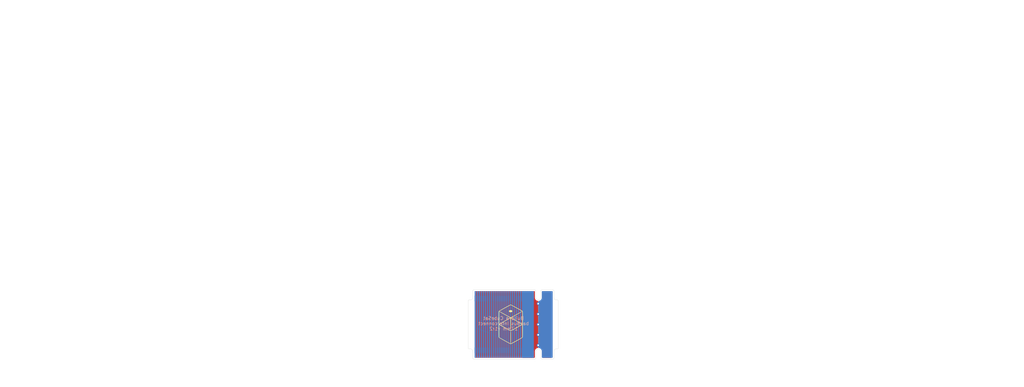
<source format=kicad_pcb>
(kicad_pcb (version 20240108) (generator "pcbnew") (generator_version "8.0")
  (title_block (title "bac bacBus Interconnect 17mm v1") (date "2024-10-06") (rev "2") (company "Build a CubeSat") (comment 1 "Manuel Imboden") (comment 2 "CC BY-SA 4.0") (comment 3 "https://buildacubesat.space") (comment 4 "17mm"))
  (layers (0 "F.Cu" signal) (31 "B.Cu" signal) (34 "B.Paste" user) (35 "F.Paste" user) (36 "B.SilkS" user "B.Silkscreen") (37 "F.SilkS" user "F.Silkscreen") (38 "B.Mask" user) (39 "F.Mask" user) (44 "Edge.Cuts" user))
  (net 0 "")
  (net 1 "GND")
  (net 2 "Net-(J1-Pin_41)")
  (net 3 "Net-(J1-Pin_29)")
  (net 4 "Net-(J1-Pin_37)")
  (net 5 "Net-(J1-Pin_43)")
  (net 6 "Net-(J1-Pin_42)")
  (net 7 "Net-(J1-Pin_31)")
  (net 8 "/+5V")
  (net 9 "Net-(J1-Pin_10)")
  (net 10 "/+3V3")
  (net 11 "Net-(J1-Pin_25)")
  (net 12 "Net-(J1-Pin_9)")
  (net 13 "Net-(J1-Pin_8)")
  (net 14 "Net-(J1-Pin_16)")
  (net 15 "Net-(J1-Pin_15)")
  (net 16 "Net-(J1-Pin_4)")
  (net 17 "Net-(J1-Pin_36)")
  (net 18 "Net-(J1-Pin_35)")
  (net 19 "Net-(J1-Pin_17)")
  (net 20 "Net-(J1-Pin_33)")
  (net 21 "Net-(J1-Pin_7)")
  (net 22 "Net-(J1-Pin_34)")
  (net 23 "Net-(J1-Pin_22)")
  (net 24 "Net-(J1-Pin_44)")
  (net 25 "Net-(J1-Pin_12)")
  (net 26 "Net-(J1-Pin_24)")
  (net 27 "Net-(J1-Pin_2)")
  (net 28 "Net-(J1-Pin_23)")
  (net 29 "Net-(J1-Pin_21)")
  (net 30 "Net-(J1-Pin_28)")
  (net 31 "Net-(J1-Pin_27)")
  (net 32 "Net-(J1-Pin_39)")
  (net 33 "Net-(J1-Pin_6)")
  (net 34 "Net-(J1-Pin_19)")
  (net 35 "Net-(J1-Pin_5)")
  (net 36 "Net-(J1-Pin_14)")
  (net 37 "Net-(J1-Pin_45)")
  (net 38 "Net-(J1-Pin_32)")
  (net 39 "Net-(J1-Pin_1)")
  (net 40 "Net-(J1-Pin_46)")
  (net 41 "Net-(J1-Pin_11)")
  (net 42 "Net-(J1-Pin_18)")
  (net 43 "Net-(J1-Pin_20)")
  (net 44 "Net-(J1-Pin_30)")
  (net 45 "Net-(J1-Pin_3)")
  (net 46 "Net-(J1-Pin_26)")
  (net 47 "Net-(J1-Pin_40)")
  (net 48 "Net-(J1-Pin_38)")
  (net 49 "Net-(J1-Pin_13)")
  (footprint "bac EPS v1:bac-M.2-Key-M-bacBus-Card-Edge-Zp" (layer "F.Cu") (at 150.354875 94.219554)
    (property "Reference" "J1" (hide yes))
    (property "Value" "bac M.2 Key-M Card Edge" (hide yes))
    (pad "1" smd rect (at -9.304757 -2.25) (size 0.35 2.5) (layers "B.Cu" "B.Mask") (net 39 "Net-(J1-Pin_1)"))
    (pad "2" smd rect (at -9.05 -2.25) (size 0.35 2.5) (layers "F.Cu" "F.Mask") (net 27 "Net-(J1-Pin_2)"))
    (pad "3" smd rect (at -8.804757 -2.25) (size 0.35 2.5) (layers "B.Cu" "B.Mask") (net 45 "Net-(J1-Pin_3)"))
    (pad "4" smd rect (at -8.55 -2.25) (size 0.35 2.5) (layers "F.Cu" "F.Mask") (net 16 "Net-(J1-Pin_4)"))
    (pad "5" smd rect (at -8.304757 -2.25) (size 0.35 2.5) (layers "B.Cu" "B.Mask") (net 35 "Net-(J1-Pin_5)"))
    (pad "6" smd rect (at -8.05 -2.25) (size 0.35 2.5) (layers "F.Cu" "F.Mask") (net 33 "Net-(J1-Pin_6)"))
    (pad "7" smd rect (at -7.804757 -2.25) (size 0.35 2.5) (layers "B.Cu" "B.Mask") (net 21 "Net-(J1-Pin_7)"))
    (pad "8" smd rect (at -7.55 -2.25) (size 0.35 2.5) (layers "F.Cu" "F.Mask") (net 13 "Net-(J1-Pin_8)"))
    (pad "9" smd rect (at -7.304757 -2.25) (size 0.35 2.5) (layers "B.Cu" "B.Mask") (net 12 "Net-(J1-Pin_9)"))
    (pad "10" smd rect (at -7.05 -2.25) (size 0.35 2.5) (layers "F.Cu" "F.Mask") (net 9 "Net-(J1-Pin_10)"))
    (pad "11" smd rect (at -6.804757 -2.25) (size 0.35 2.5) (layers "B.Cu" "B.Mask") (net 41 "Net-(J1-Pin_11)"))
    (pad "12" smd rect (at -6.55 -2.25) (size 0.35 2.5) (layers "F.Cu" "F.Mask") (net 25 "Net-(J1-Pin_12)"))
    (pad "13" smd rect (at -6.304757 -2.25) (size 0.35 2.5) (layers "B.Cu" "B.Mask") (net 49 "Net-(J1-Pin_13)"))
    (pad "14" smd rect (at -6.05 -2.25) (size 0.35 2.5) (layers "F.Cu" "F.Mask") (net 36 "Net-(J1-Pin_14)"))
    (pad "15" smd rect (at -5.804757 -2.25) (size 0.35 2.5) (layers "B.Cu" "B.Mask") (net 15 "Net-(J1-Pin_15)"))
    (pad "16" smd rect (at -5.55 -2.25) (size 0.35 2.5) (layers "F.Cu" "F.Mask") (net 14 "Net-(J1-Pin_16)"))
    (pad "17" smd rect (at -5.304757 -2.25) (size 0.35 2.5) (layers "B.Cu" "B.Mask") (net 19 "Net-(J1-Pin_17)"))
    (pad "18" smd rect (at -5.05 -2.25) (size 0.35 2.5) (layers "F.Cu" "F.Mask") (net 42 "Net-(J1-Pin_18)"))
    (pad "19" smd rect (at -4.804757 -2.25) (size 0.35 2.5) (layers "B.Cu" "B.Mask") (net 34 "Net-(J1-Pin_19)"))
    (pad "20" smd rect (at -4.55 -2.25) (size 0.35 2.5) (layers "F.Cu" "F.Mask") (net 43 "Net-(J1-Pin_20)"))
    (pad "21" smd rect (at -4.304757 -2.25) (size 0.35 2.5) (layers "B.Cu" "B.Mask") (net 29 "Net-(J1-Pin_21)"))
    (pad "22" smd rect (at -4.05 -2.25) (size 0.35 2.5) (layers "F.Cu" "F.Mask") (net 23 "Net-(J1-Pin_22)"))
    (pad "23" smd rect (at -3.804757 -2.25) (size 0.35 2.5) (layers "B.Cu" "B.Mask") (net 28 "Net-(J1-Pin_23)"))
    (pad "24" smd rect (at -3.55 -2.25) (size 0.35 2.5) (layers "F.Cu" "F.Mask") (net 26 "Net-(J1-Pin_24)"))
    (pad "25" smd rect (at -3.304757 -2.25) (size 0.35 2.5) (layers "B.Cu" "B.Mask") (net 11 "Net-(J1-Pin_25)"))
    (pad "26" smd rect (at -3.05 -2.25) (size 0.35 2.5) (layers "F.Cu" "F.Mask") (net 46 "Net-(J1-Pin_26)"))
    (pad "27" smd rect (at -2.804757 -2.25) (size 0.35 2.5) (layers "B.Cu" "B.Mask") (net 31 "Net-(J1-Pin_27)"))
    (pad "28" smd rect (at -2.55 -2.25) (size 0.35 2.5) (layers "F.Cu" "F.Mask") (net 30 "Net-(J1-Pin_28)"))
    (pad "29" smd rect (at -2.304757 -2.25) (size 0.35 2.5) (layers "B.Cu" "B.Mask") (net 3 "Net-(J1-Pin_29)"))
    (pad "30" smd rect (at -2.05 -2.25) (size 0.35 2.5) (layers "F.Cu" "F.Mask") (net 44 "Net-(J1-Pin_30)"))
    (pad "31" smd rect (at -1.804757 -2.25) (size 0.35 2.5) (layers "B.Cu" "B.Mask") (net 7 "Net-(J1-Pin_31)"))
    (pad "32" smd rect (at -1.55 -2.25) (size 0.35 2.5) (layers "F.Cu" "F.Mask") (net 38 "Net-(J1-Pin_32)"))
    (pad "33" smd rect (at -1.304757 -2.25) (size 0.35 2.5) (layers "B.Cu" "B.Mask") (net 20 "Net-(J1-Pin_33)"))
    (pad "34" smd rect (at -1.05 -2.25) (size 0.35 2.5) (layers "F.Cu" "F.Mask") (net 22 "Net-(J1-Pin_34)"))
    (pad "35" smd rect (at -0.804757 -2.25) (size 0.35 2.5) (layers "B.Cu" "B.Mask") (net 18 "Net-(J1-Pin_35)"))
    (pad "36" smd rect (at -0.55 -2.25) (size 0.35 2.5) (layers "F.Cu" "F.Mask") (net 17 "Net-(J1-Pin_36)"))
    (pad "37" smd rect (at -0.304757 -2.25) (size 0.35 2.5) (layers "B.Cu" "B.Mask") (net 4 "Net-(J1-Pin_37)"))
    (pad "38" smd rect (at -0.05 -2.25) (size 0.35 2.5) (layers "F.Cu" "F.Mask") (net 48 "Net-(J1-Pin_38)"))
    (pad "39" smd rect (at 0.195243 -2.25) (size 0.35 2.5) (layers "B.Cu" "B.Mask") (net 32 "Net-(J1-Pin_39)"))
    (pad "40" smd rect (at 0.45 -2.25) (size 0.35 2.5) (layers "F.Cu" "F.Mask") (net 47 "Net-(J1-Pin_40)"))
    (pad "41" smd rect (at 0.695243 -2.25) (size 0.35 2.5) (layers "B.Cu" "B.Mask") (net 2 "Net-(J1-Pin_41)"))
    (pad "42" smd rect (at 0.95 -2.25) (size 0.35 2.5) (layers "F.Cu" "F.Mask") (net 6 "Net-(J1-Pin_42)"))
    (pad "43" smd rect (at 1.195243 -2.25) (size 0.35 2.5) (layers "B.Cu" "B.Mask") (net 5 "Net-(J1-Pin_43)"))
    (pad "44" smd rect (at 1.45 -2.25) (size 0.35 2.5) (layers "F.Cu" "F.Mask") (net 24 "Net-(J1-Pin_44)"))
    (pad "45" smd rect (at 1.695243 -2.25) (size 0.35 2.5) (layers "B.Cu" "B.Mask") (net 37 "Net-(J1-Pin_45)"))
    (pad "46" smd rect (at 1.95 -2.25) (size 0.35 2.5) (layers "F.Cu" "F.Mask") (net 40 "Net-(J1-Pin_46)"))
    (pad "47" smd rect (at 2.195243 -2.25) (size 0.35 2.5) (layers "B.Cu" "B.Mask") (net 10 "/+3V3"))
    (pad "48" smd rect (at 2.45 -2.25) (size 0.35 2.5) (layers "F.Cu" "F.Mask") (net 1 "GND"))
    (pad "49" smd rect (at 2.695243 -2.25) (size 0.35 2.5) (layers "B.Cu" "B.Mask") (net 10 "/+3V3"))
    (pad "50" smd rect (at 2.95 -2.25) (size 0.35 2.5) (layers "F.Cu" "F.Mask") (net 1 "GND"))
    (pad "51" smd rect (at 3.195243 -2.25) (size 0.35 2.5) (layers "B.Cu" "B.Mask") (net 10 "/+3V3"))
    (pad "52" smd rect (at 3.45 -2.25) (size 0.35 2.5) (layers "F.Cu" "F.Mask") (net 1 "GND"))
    (pad "53" smd rect (at 3.695243 -2.25) (size 0.35 2.5) (layers "B.Cu" "B.Mask") (net 10 "/+3V3"))
    (pad "54" smd rect (at 3.95 -2.25) (size 0.35 2.5) (layers "F.Cu" "F.Mask") (net 1 "GND"))
    (pad "55" smd rect (at 4.195243 -2.25) (size 0.35 2.5) (layers "B.Cu" "B.Mask") (net 10 "/+3V3"))
    (pad "56" smd rect (at 4.45 -2.25) (size 0.35 2.5) (layers "F.Cu" "F.Mask") (net 1 "GND"))
    (pad "57" smd rect (at 4.695243 -2.25) (size 0.35 2.5) (layers "B.Cu" "B.Mask") (net 10 "/+3V3"))
    (pad "58" smd rect (at 4.95 -2.25) (size 0.35 2.5) (layers "F.Cu" "F.Mask") (net 1 "GND"))
    (pad "67" smd rect (at 7.195243 -2.25) (size 0.35 2.5) (layers "B.Cu" "B.Mask") (net 1 "GND"))
    (pad "68" smd rect (at 7.45 -2.25) (size 0.35 2.5) (layers "F.Cu" "F.Mask") (net 8 "/+5V"))
    (pad "69" smd rect (at 7.695243 -2.25) (size 0.35 2.5) (layers "B.Cu" "B.Mask") (net 1 "GND"))
    (pad "70" smd rect (at 7.95 -2.25) (size 0.35 2.5) (layers "F.Cu" "F.Mask") (net 8 "/+5V"))
    (pad "71" smd rect (at 8.195243 -2.25) (size 0.35 2.5) (layers "B.Cu" "B.Mask") (net 1 "GND"))
    (pad "72" smd rect (at 8.45 -2.25) (size 0.35 2.5) (layers "F.Cu" "F.Mask") (net 8 "/+5V"))
    (pad "73" smd rect (at 8.695243 -2.25) (size 0.35 2.5) (layers "B.Cu" "B.Mask") (net 1 "GND"))
    (pad "74" smd rect (at 8.95 -2.25) (size 0.35 2.5) (layers "F.Cu" "F.Mask") (net 8 "/+5V"))
    (pad "75" smd rect (at 9.2 -2.25) (size 0.35 2.5) (layers "B.Cu" "B.Mask") (net 1 "GND"))
  )
  (footprint "bac EPS v1:bac-M.2-Key-M-bacBus-Card-Edge-Zm" (layer "F.Cu") (at 150.150059 107.697277)
    (property "Reference" "J2" (hide yes))
    (property "Value" "bac M.2 Key-M Card Edge" (hide yes))
    (pad "1" smd rect (at -9.104757 -1.95 180) (size 0.35 2.5) (layers "B.Cu" "B.Mask") (net 39 "Net-(J1-Pin_1)"))
    (pad "2" smd rect (at -8.85 -1.95 180) (size 0.35 2.5) (layers "F.Cu" "F.Mask") (net 27 "Net-(J1-Pin_2)"))
    (pad "3" smd rect (at -8.604757 -1.95 180) (size 0.35 2.5) (layers "B.Cu" "B.Mask") (net 45 "Net-(J1-Pin_3)"))
    (pad "4" smd rect (at -8.35 -1.95 180) (size 0.35 2.5) (layers "F.Cu" "F.Mask") (net 16 "Net-(J1-Pin_4)"))
    (pad "5" smd rect (at -8.104757 -1.95 180) (size 0.35 2.5) (layers "B.Cu" "B.Mask") (net 35 "Net-(J1-Pin_5)"))
    (pad "6" smd rect (at -7.85 -1.95 180) (size 0.35 2.5) (layers "F.Cu" "F.Mask") (net 33 "Net-(J1-Pin_6)"))
    (pad "7" smd rect (at -7.604757 -1.95 180) (size 0.35 2.5) (layers "B.Cu" "B.Mask") (net 21 "Net-(J1-Pin_7)"))
    (pad "8" smd rect (at -7.35 -1.95 180) (size 0.35 2.5) (layers "F.Cu" "F.Mask") (net 13 "Net-(J1-Pin_8)"))
    (pad "9" smd rect (at -7.104757 -1.95 180) (size 0.35 2.5) (layers "B.Cu" "B.Mask") (net 12 "Net-(J1-Pin_9)"))
    (pad "10" smd rect (at -6.85 -1.95 180) (size 0.35 2.5) (layers "F.Cu" "F.Mask") (net 9 "Net-(J1-Pin_10)"))
    (pad "11" smd rect (at -6.604757 -1.95 180) (size 0.35 2.5) (layers "B.Cu" "B.Mask") (net 41 "Net-(J1-Pin_11)"))
    (pad "12" smd rect (at -6.35 -1.95 180) (size 0.35 2.5) (layers "F.Cu" "F.Mask") (net 25 "Net-(J1-Pin_12)"))
    (pad "13" smd rect (at -6.104757 -1.95 180) (size 0.35 2.5) (layers "B.Cu" "B.Mask") (net 49 "Net-(J1-Pin_13)"))
    (pad "14" smd rect (at -5.85 -1.95 180) (size 0.35 2.5) (layers "F.Cu" "F.Mask") (net 36 "Net-(J1-Pin_14)"))
    (pad "15" smd rect (at -5.604757 -1.95 180) (size 0.35 2.5) (layers "B.Cu" "B.Mask") (net 15 "Net-(J1-Pin_15)"))
    (pad "16" smd rect (at -5.35 -1.95 180) (size 0.35 2.5) (layers "F.Cu" "F.Mask") (net 14 "Net-(J1-Pin_16)"))
    (pad "17" smd rect (at -5.104757 -1.95 180) (size 0.35 2.5) (layers "B.Cu" "B.Mask") (net 19 "Net-(J1-Pin_17)"))
    (pad "18" smd rect (at -4.85 -1.95 180) (size 0.35 2.5) (layers "F.Cu" "F.Mask") (net 42 "Net-(J1-Pin_18)"))
    (pad "19" smd rect (at -4.604757 -1.95 180) (size 0.35 2.5) (layers "B.Cu" "B.Mask") (net 34 "Net-(J1-Pin_19)"))
    (pad "20" smd rect (at -4.35 -1.95 180) (size 0.35 2.5) (layers "F.Cu" "F.Mask") (net 43 "Net-(J1-Pin_20)"))
    (pad "21" smd rect (at -4.104757 -1.95 180) (size 0.35 2.5) (layers "B.Cu" "B.Mask") (net 29 "Net-(J1-Pin_21)"))
    (pad "22" smd rect (at -3.85 -1.95 180) (size 0.35 2.5) (layers "F.Cu" "F.Mask") (net 23 "Net-(J1-Pin_22)"))
    (pad "23" smd rect (at -3.604757 -1.95 180) (size 0.35 2.5) (layers "B.Cu" "B.Mask") (net 28 "Net-(J1-Pin_23)"))
    (pad "24" smd rect (at -3.35 -1.95 180) (size 0.35 2.5) (layers "F.Cu" "F.Mask") (net 26 "Net-(J1-Pin_24)"))
    (pad "25" smd rect (at -3.104757 -1.95 180) (size 0.35 2.5) (layers "B.Cu" "B.Mask") (net 11 "Net-(J1-Pin_25)"))
    (pad "26" smd rect (at -2.85 -1.95 180) (size 0.35 2.5) (layers "F.Cu" "F.Mask") (net 46 "Net-(J1-Pin_26)"))
    (pad "27" smd rect (at -2.604757 -1.95 180) (size 0.35 2.5) (layers "B.Cu" "B.Mask") (net 31 "Net-(J1-Pin_27)"))
    (pad "28" smd rect (at -2.35 -1.95 180) (size 0.35 2.5) (layers "F.Cu" "F.Mask") (net 30 "Net-(J1-Pin_28)"))
    (pad "29" smd rect (at -2.104757 -1.95 180) (size 0.35 2.5) (layers "B.Cu" "B.Mask") (net 3 "Net-(J1-Pin_29)"))
    (pad "30" smd rect (at -1.85 -1.95 180) (size 0.35 2.5) (layers "F.Cu" "F.Mask") (net 44 "Net-(J1-Pin_30)"))
    (pad "31" smd rect (at -1.604757 -1.95 180) (size 0.35 2.5) (layers "B.Cu" "B.Mask") (net 7 "Net-(J1-Pin_31)"))
    (pad "32" smd rect (at -1.35 -1.95 180) (size 0.35 2.5) (layers "F.Cu" "F.Mask") (net 38 "Net-(J1-Pin_32)"))
    (pad "33" smd rect (at -1.104757 -1.95 180) (size 0.35 2.5) (layers "B.Cu" "B.Mask") (net 20 "Net-(J1-Pin_33)"))
    (pad "34" smd rect (at -0.85 -1.95 180) (size 0.35 2.5) (layers "F.Cu" "F.Mask") (net 22 "Net-(J1-Pin_34)"))
    (pad "35" smd rect (at -0.604757 -1.95 180) (size 0.35 2.5) (layers "B.Cu" "B.Mask") (net 18 "Net-(J1-Pin_35)"))
    (pad "36" smd rect (at -0.35 -1.95 180) (size 0.35 2.5) (layers "F.Cu" "F.Mask") (net 17 "Net-(J1-Pin_36)"))
    (pad "37" smd rect (at -0.104757 -1.95 180) (size 0.35 2.5) (layers "B.Cu" "B.Mask") (net 4 "Net-(J1-Pin_37)"))
    (pad "38" smd rect (at 0.15 -1.95 180) (size 0.35 2.5) (layers "F.Cu" "F.Mask") (net 48 "Net-(J1-Pin_38)"))
    (pad "39" smd rect (at 0.395243 -1.95 180) (size 0.35 2.5) (layers "B.Cu" "B.Mask") (net 32 "Net-(J1-Pin_39)"))
    (pad "40" smd rect (at 0.65 -1.95 180) (size 0.35 2.5) (layers "F.Cu" "F.Mask") (net 47 "Net-(J1-Pin_40)"))
    (pad "41" smd rect (at 0.895243 -1.95 180) (size 0.35 2.5) (layers "B.Cu" "B.Mask") (net 2 "Net-(J1-Pin_41)"))
    (pad "42" smd rect (at 1.15 -1.95 180) (size 0.35 2.5) (layers "F.Cu" "F.Mask") (net 6 "Net-(J1-Pin_42)"))
    (pad "43" smd rect (at 1.395243 -1.95 180) (size 0.35 2.5) (layers "B.Cu" "B.Mask") (net 5 "Net-(J1-Pin_43)"))
    (pad "44" smd rect (at 1.65 -1.95 180) (size 0.35 2.5) (layers "F.Cu" "F.Mask") (net 24 "Net-(J1-Pin_44)"))
    (pad "45" smd rect (at 1.895243 -1.95 180) (size 0.35 2.5) (layers "B.Cu" "B.Mask") (net 37 "Net-(J1-Pin_45)"))
    (pad "46" smd rect (at 2.15 -1.95 180) (size 0.35 2.5) (layers "F.Cu" "F.Mask") (net 40 "Net-(J1-Pin_46)"))
    (pad "47" smd rect (at 2.395243 -1.95 180) (size 0.35 2.5) (layers "B.Cu" "B.Mask") (net 10 "/+3V3"))
    (pad "48" smd rect (at 2.65 -1.95 180) (size 0.35 2.5) (layers "F.Cu" "F.Mask") (net 1 "GND"))
    (pad "49" smd rect (at 2.895243 -1.95 180) (size 0.35 2.5) (layers "B.Cu" "B.Mask") (net 10 "/+3V3"))
    (pad "50" smd rect (at 3.15 -1.95 180) (size 0.35 2.5) (layers "F.Cu" "F.Mask") (net 1 "GND"))
    (pad "51" smd rect (at 3.395243 -1.95 180) (size 0.35 2.5) (layers "B.Cu" "B.Mask") (net 10 "/+3V3"))
    (pad "52" smd rect (at 3.65 -1.95 180) (size 0.35 2.5) (layers "F.Cu" "F.Mask") (net 1 "GND"))
    (pad "53" smd rect (at 3.895243 -1.95 180) (size 0.35 2.5) (layers "B.Cu" "B.Mask") (net 10 "/+3V3"))
    (pad "54" smd rect (at 4.15 -1.95 180) (size 0.35 2.5) (layers "F.Cu" "F.Mask") (net 1 "GND"))
    (pad "55" smd rect (at 4.395243 -1.95 180) (size 0.35 2.5) (layers "B.Cu" "B.Mask") (net 10 "/+3V3"))
    (pad "56" smd rect (at 4.65 -1.95 180) (size 0.35 2.5) (layers "F.Cu" "F.Mask") (net 1 "GND"))
    (pad "57" smd rect (at 4.895243 -1.95 180) (size 0.35 2.5) (layers "B.Cu" "B.Mask") (net 10 "/+3V3"))
    (pad "58" smd rect (at 5.15 -1.95 180) (size 0.35 2.5) (layers "F.Cu" "F.Mask") (net 1 "GND"))
    (pad "67" smd rect (at 7.395243 -1.95 180) (size 0.35 2.5) (layers "B.Cu" "B.Mask") (net 1 "GND"))
    (pad "68" smd rect (at 7.65 -1.95 180) (size 0.35 2.5) (layers "F.Cu" "F.Mask") (net 8 "/+5V"))
    (pad "69" smd rect (at 7.895243 -1.95 180) (size 0.35 2.5) (layers "B.Cu" "B.Mask") (net 1 "GND"))
    (pad "70" smd rect (at 8.15 -1.95 180) (size 0.35 2.5) (layers "F.Cu" "F.Mask") (net 8 "/+5V"))
    (pad "71" smd rect (at 8.395243 -1.95 180) (size 0.35 2.5) (layers "B.Cu" "B.Mask") (net 1 "GND"))
    (pad "72" smd rect (at 8.65 -1.95 180) (size 0.35 2.5) (layers "F.Cu" "F.Mask") (net 8 "/+5V"))
    (pad "73" smd rect (at 8.895243 -1.95 180) (size 0.35 2.5) (layers "B.Cu" "B.Mask") (net 1 "GND"))
    (pad "74" smd rect (at 9.15 -1.95 180) (size 0.35 2.5) (layers "F.Cu" "F.Mask") (net 8 "/+5V"))
    (pad "75" smd rect (at 9.4 -1.95 180) (size 0.35 2.5) (layers "B.Cu" "B.Mask") (net 1 "GND"))
  )
  (footprint "bac EPS v1:bac-logo-silkscreen-10mm" (layer "F.Cu") (at 149.700059 98.797277)
    (property "Reference" "G***" (hide yes))
    (property "Value" "LOGO" (hide yes))
    (fp_poly (pts (xy 0.104629 -3.433535) (xy 0.247587 -3.3864) (xy 0.282591 -3.364288) (xy 0.368257 -3.264927) (xy 0.385573 -3.155463) (xy 0.334314 -3.050569) (xy 0.288032 -3.00818) (xy 0.162874 -2.950084) (xy 0.002159 -2.921681) (xy -0.16106 -2.925964) (xy -0.276101 -2.957095) (xy -0.406526 -3.040834) (xy -0.468708 -3.13807) (xy -0.461196 -3.241423) (xy -0.382538 -3.34351) (xy -0.356213 -3.364567) (xy -0.227256 -3.422632) (xy -0.063647 -3.445617)) (fill solid) (layer "F.SilkS"))
    (fp_poly (pts (xy -0.004538 1.737519) (xy 0.006841 1.763915) (xy 0.015967 1.815747) (xy 0.02308 1.899429) (xy 0.028416 2.021374) (xy 0.032213 2.187995) (xy 0.034709 2.405706) (xy 0.03614 2.68092) (xy 0.036745 3.020051) (xy 0.036812 3.221015) (xy 0.036539 3.595441) (xy 0.035561 3.902659) (xy 0.033641 4.149082) (xy 0.030542 4.341123) (xy 0.026026 4.485197) (xy 0.019855 4.587716) (xy 0.011791 4.655093) (xy 0.001598 4.693743) (xy -0.010962 4.710079) (xy -0.018405 4.711884) (xy -0.032273 4.704511) (xy -0.043652 4.678115) (xy -0.052778 4.626282) (xy -0.059891 4.542601) (xy -0.065227 4.420656) (xy -0.069024 4.254035) (xy -0.07152 4.036324) (xy -0.072951 3.76111) (xy -0.073556 3.421979) (xy -0.073623 3.221015) (xy -0.07335 2.846589) (xy -0.072372 2.539371) (xy -0.070452 2.292948) (xy -0.067353 2.100906) (xy -0.062837 1.956833) (xy -0.056665 1.854314) (xy -0.048602 1.786936) (xy -0.038409 1.748286) (xy -0.025849 1.731951) (xy -0.018405 1.730145)) (fill solid) (layer "F.SilkS"))
    (fp_poly (pts (xy 0.019223 -4.779189) (xy 0.123791 -4.730485) (xy 0.276085 -4.654574) (xy 0.46789 -4.555912) (xy 0.690993 -4.438956) (xy 0.93718 -4.308166) (xy 1.198238 -4.167997) (xy 1.465954 -4.022906) (xy 1.732112 -3.877353) (xy 1.988501 -3.735793) (xy 2.226905 -3.602683) (xy 2.439112 -3.482482) (xy 2.616908 -3.379647) (xy 2.752079 -3.298635) (xy 2.836412 -3.243903) (xy 2.850317 -3.233478) (xy 2.863781 -3.221732) (xy 2.875574 -3.206375) (xy 2.885821 -3.182698) (xy 2.894648 -3.14599) (xy 2.902184 -3.091543) (xy 2.908553 -3.014647) (xy 2.913883 -2.910592) (xy 2.918301 -2.774667) (xy 2.921931 -2.602164) (xy 2.924902 -2.388373) (xy 2.92734 -2.128584) (xy 2.92937 -1.818087) (xy 2.931121 -1.452173) (xy 2.932718 -1.026132) (xy 2.934287 -0.535254) (xy 2.935721 -0.054402) (xy 2.936776 0.420842) (xy 2.937115 0.876688) (xy 2.936772 1.307515) (xy 2.935783 1.707705) (xy 2.934183 2.071639) (xy 2.932008 2.393697) (xy 2.929294 2.66826) (xy 2.926075 2.889709) (xy 2.922387 3.052425) (xy 2.918265 3.150789) (xy 2.915371 3.17755) (xy 2.903968 3.20753) (xy 2.881588 3.239543) (xy 2.84253 3.277172) (xy 2.781093 3.323999) (xy 2.691576 3.383608) (xy 2.568278 3.459583) (xy 2.405498 3.555505) (xy 2.197534 3.674958) (xy 1.938686 3.821526) (xy 1.623252 3.998791) (xy 1.488925 4.074072) (xy 1.094877 4.293493) (xy 0.762474 4.475725) (xy 0.490267 4.621519) (xy 0.276807 4.731627) (xy 0.120646 4.806802) (xy 0.020334 4.847796) (xy -0.018405 4.85657) (xy -0.079966 4.839705) (xy -0.197515 4.788667) (xy -0.372324 4.702801) (xy -0.60566 4.581453) (xy -0.898795 4.423967) (xy -1.252998 4.229688) (xy -1.509275 4.087436) (xy -1.902273 3.866997) (xy -2.233045 3.678307) (xy -2.500995 3.52172) (xy -2.705531 3.397594) (xy -2.846059 3.306283) (xy -2.921985 3.248143) (xy -2.934947 3.232842) (xy -2.94338 3.200192) (xy -2.950794 3.133602) (xy -2.957242 3.029342) (xy -2.962777 2.883678) (xy -2.967453 2.692879) (xy -2.97132 2.453213) (xy -2.974434 2.160949) (xy -2.976846 1.812353) (xy -2.978609 1.403694) (xy -2.979776 0.93124) (xy -2.9804 0.391259) (xy -2.980491 0.14074) (xy -2.835305 0.14074) (xy -2.825696 1.680877) (xy -2.816087 3.221015) (xy -1.454058 3.98257) (xy -1.134001 4.160292) (xy -0.843 4.31944) (xy -0.586663 4.457085) (xy -0.370598 4.570297) (xy -0.200415 4.656144) (xy -0.081721 4.711699) (xy -0.020126 4.734029) (xy -0.015221 4.73426) (xy 0.032645 4.71477) (xy 0.137647 4.663169) (xy 0.292642 4.583245) (xy 0.490487 4.478785) (xy 0.72404 4.353577) (xy 0.986156 4.211409) (xy 1.269695 4.056067) (xy 1.414609 3.976109) (xy 1.703835 3.81542) (xy 1.972636 3.664668) (xy 2.214234 3.527757) (xy 2.42185 3.408595) (xy 2.588705 3.311086) (xy 2.708021 3.239137) (xy 2.773019 3.196654) (xy 2.783077 3.187571) (xy 2.7862 3.143104) (xy 2.788645 3.033025) (xy 2.790384 2.865345) (xy 2.791386 2.648072) (xy 2.79162 2.389215) (xy 2.791056 2.096785) (xy 2.789664 1.77879) (xy 2.788899 1.651002) (xy 2.779276 0.154685) (xy 1.42063 0.910205) (xy 1.128587 1.071531) (xy 0.85414 1.221079) (xy 0.604436 1.355103) (xy 0.386622 1.46986) (xy 0.207847 1.561605) (xy 0.075256 1.626595) (xy -0.004002 1.661085) (xy -0.021607 1.665725) (xy -0.066816 1.648554) (xy -0.168095 1.600005) (xy -0.317196 1.524528) (xy -0.505868 1.426571) (xy -0.725863 1.310582) (xy -0.968932 1.181011) (xy -1.226827 1.042306) (xy -1.491298 0.898915) (xy -1.754097 0.755287) (xy -2.006974 0.615871) (xy -2.241681 0.485115) (xy -2.449969 0.367467) (xy -2.623588 0.267378) (xy -2.715261 0.213048) (xy -2.835305 0.14074) (xy -2.980491 0.14074) (xy -2.98052 0.061477) (xy -2.753272 0.061477) (xy -2.74416 0.072219) (xy -2.728565 0.073624) (xy -2.690436 0.090997) (xy -2.595011 0.140605) (xy -2.449215 0.218679) (xy -2.259972 0.32145) (xy -2.034206 0.44515) (xy -1.778842 0.58601) (xy -1.500803 0.740262) (xy -1.375844 0.809855) (xy -1.090157 0.968717) (xy -0.824146 1.115808) (xy -0.584737 1.24736) (xy -0.378859 1.359605) (xy -0.213437 1.448773) (xy -0.095399 1.511095) (xy -0.031671 1.542804) (xy -0.022689 1.546087) (xy 0.015624 1.52878) (xy 0.111227 1.479383) (xy 0.257118 1.401687) (xy 0.446299 1.299481) (xy 0.671768 1.176553) (xy 0.926526 1.036692) (xy 1.203573 0.883689) (xy 1.308708 0.825404) (xy 1.593611 0.667024) (xy 1.859727 0.518562) (xy 2.099859 0.38407) (xy 2.306809 0.267605) (xy 2.473379 0.17322) (xy 2.59237 0.104972) (xy 2.656584 0.066914) (xy 2.664672 0.061563) (xy 2.669771 0.045575) (xy 2.650282 0.019258) (xy 2.60121 -0.020451) (xy 2.51756 -0.076616) (xy 2.394338 -0.152299) (xy 2.226549 -0.250565) (xy 2.009198 -0.374475) (xy 1.737289 -0.527094) (xy 1.40583 -0.711485) (xy 1.388598 -0.721043) (xy 0.055218 -1.460491) (xy 0.045597 0.005986) (xy 0.042859 0.377898) (xy 0.039805 0.682596) (xy 0.036156 0.926487) (xy 0.031633 1.11598) (xy 0.025955 1.257484) (xy 0.018843 1.357407) (xy 0.010018 1.422158) (xy -0.0008 1.458144) (xy -0.013892 1.471776) (xy -0.018405 1.472464) (xy -0.032238 1.464409) (xy -0.043716 1.435974) (xy -0.053119 1.380758) (xy -0.060724 1.292357) (xy -0.066812 1.164369) (xy -0.07166 0.99039) (xy -0.075549 0.764019) (xy -0.078756 0.478852) (xy -0.081561 0.128487) (xy -0.082408 0.003258) (xy -0.092029 -1.465947) (xy -1.425872 -0.723771) (xy -1.770377 -0.531647) (xy -2.054765 -0.371939) (xy -2.283583 -0.241861) (xy -2.461378 -0.138632) (xy -2.592697 -0.059466) (xy -2.682088 -0.001582) (xy -2.734097 0.037805) (xy -2.753272 0.061477) (xy -2.98052 0.061477) (xy -2.980538 0.012759) (xy -2.980527 -0.541662) (xy -2.980297 -1.027149) (xy -2.979757 -1.448395) (xy -2.979363 -1.59931) (xy -2.834492 -1.59931) (xy -2.834492 -0.078649) (xy -1.518478 -0.81242) (xy -1.234044 -0.971562) (xy -0.970365 -1.120154) (xy -0.734238 -1.254286) (xy -0.532459 -1.370049) (xy -0.371827 -1.463533) (xy -0.259139 -1.530828) (xy -0.201192 -1.568025) (xy -0.194808 -1.573747) (xy -0.224299 -1.596864) (xy -0.311685 -1.651313) (xy -0.450207 -1.733212) (xy -0.633107 -1.838678) (xy -0.853626 -1.963825) (xy -1.105004 -2.104772) (xy -1.380484 -2.257634) (xy -1.492065 -2.31913) (xy -1.844164 -2.5138) (xy -2.134664 -2.676777) (xy -2.367239 -2.810428) (xy -2.54556 -2.917118) (xy -2.673301 -2.999214) (xy -2.754135 -3.059082) (xy -2.791734 -3.099086) (xy -2.789772 -3.121594) (xy -2.751921 -3.128971) (xy -2.749308 -3.128985) (xy -2.707641 -3.111568) (xy -2.608834 -3.061839) (xy -2.459918 -2.983581) (xy -2.267921 -2.880577) (xy -2.039872 -2.75661) (xy -1.7828 -2.615463) (xy -1.503735 -2.460918) (xy -1.381352 -2.392753) (xy -1.095527 -2.233795) (xy -0.829128 -2.086624) (xy -0.589122 -1.955016) (xy -0.382476 -1.842748) (xy -0.216156 -1.753595) (xy -0.097131 -1.691333) (xy -0.032366 -1.659738) (xy -0.022972 -1.656521) (xy 0.016613 -1.673836) (xy 0.113528 -1.723282) (xy 0.260812 -1.801108) (xy 0.451508 -1.903566) (xy 0.678655 -2.026907) (xy 0.935295 -2.167382) (xy 1.214468 -2.321241) (xy 1.343624 -2.392753) (xy 1.630932 -2.551435) (xy 1.899159 -2.698379) (xy 2.141287 -2.829829) (xy 2.350299 -2.942029) (xy 2.519177 -3.031224) (xy 2.640905 -3.093659) (xy 2.708466 -3.125577) (xy 2.719213 -3.128985) (xy 2.752239 -3.122867) (xy 2.753081 -3.102833) (xy 2.717782 -3.066365) (xy 2.642384 -3.010945) (xy 2.522928 -2.934054) (xy 2.355457 -2.833174) (xy 2.136013 -2.705787) (xy 1.860638 -2.549374) (xy 1.525374 -2.361417) (xy 1.424435 -2.305136) (xy 0.110699 -1.573315) (xy 1.444987 -0.830091) (xy 2.779276 -0.086866) (xy 2.788893 -1.596993) (xy 2.79091 -1.989163) (xy 2.79142 -2.313355) (xy 2.790291 -2.575201) (xy 2.787387 -2.780334) (xy 2.782576 -2.934386) (xy 2.775725 -3.04299) (xy 2.766699 -3.111777) (xy 2.755366 -3.14638) (xy 2.752081 -3.15042) (xy 2.705367 -3.181933) (xy 2.603341 -3.243026) (xy 2.454238 -3.329176) (xy 2.266295 -3.435858) (xy 2.047747 -3.558548) (xy 1.806829 -3.69272) (xy 1.551777 -3.833852) (xy 1.290827 -3.977418) (xy 1.032214 -4.118894) (xy 0.784174 -4.253755) (xy 0.554942 -4.377477) (xy 0.352753 -4.485536) (xy 0.185844 -4.573407) (xy 0.06245 -4.636565) (xy -0.009194 -4.670487) (xy -0.023149 -4.675072) (xy -0.063844 -4.657834) (xy -0.160549 -4.60913) (xy -0.30504 -4.533475) (xy -0.489096 -4.435385) (xy -0.704493 -4.319376) (xy -0.943009 -4.189962) (xy -1.196422 -4.051659) (xy -1.456509 -3.908983) (xy -1.715047 -3.766449) (xy -1.963814 -3.628572) (xy -2.194588 -3.499869) (xy -2.399145 -3.384853) (xy -2.569264 -3.288041) (xy -2.696722 -3.213949) (xy -2.773296 -3.167091) (xy -2.788478 -3.156482) (xy -2.800431 -3.130415) (xy -2.810293 -3.069331) (xy -2.818224 -2.967835) (xy -2.824382 -2.820533) (xy -2.828927 -2.622029) (xy -2.832019 -2.36693) (xy -2.833817 -2.04984) (xy -2.834481 -1.665364) (xy -2.834492 -1.59931) (xy -2.979363 -1.59931) (xy -2.978812 -1.81009) (xy -2.97737 -2.116924) (xy -2.975338 -2.373587) (xy -2.972623 -2.584771) (xy -2.969132 -2.755167) (xy -2.964772 -2.889463) (xy -2.95945 -2.992352) (xy -2.953073 -3.068524) (xy -2.945548 -3.122669) (xy -2.936782 -3.159477) (xy -2.926683 -3.183641) (xy -2.916895 -3.197841) (xy -2.867211 -3.236586) (xy -2.76159 -3.304746) (xy -2.608277 -3.397758) (xy -2.415517 -3.511058) (xy -2.191552 -3.640082) (xy -1.944627 -3.780267) (xy -1.682985 -3.92705) (xy -1.41487 -4.075868) (xy -1.148527 -4.222156) (xy -0.892199 -4.361351) (xy -0.654129 -4.488891) (xy -0.442563 -4.600211) (xy -0.265743 -4.690747) (xy -0.131914 -4.755938) (xy -0.049319 -4.791219) (xy -0.029406 -4.796229)) (fill solid) (layer "F.SilkS"))
  )
  (gr_arc (start 160.250118 105.347277) (mid 160.396606 104.993789) (end 160.750118 104.847277) (stroke (width 0.05)) (layer "Edge.Cuts"))
  (gr_line (start 155.825059 105.447277) (end 155.825118 107.108277) (stroke (width 0.05)) (layer "Edge.Cuts"))
  (gr_arc (start 161.300118 104.597277) (mid 161.226912 104.77409) (end 161.050118 104.847277) (stroke (width 0.05)) (layer "Edge.Cuts"))
  (gr_arc (start 155.825059 105.447277) (mid 156.000836 105.023078) (end 156.425059 104.847277) (stroke (width 0.05)) (layer "Edge.Cuts"))
  (gr_line (start 155.575118 90.358554) (end 140.625118 90.358554) (stroke (width 0.05)) (layer "Edge.Cuts"))
  (gr_arc (start 139.275118 93.122277) (mid 139.348359 92.945536) (end 139.525118 92.872277) (stroke (width 0.05)) (layer "Edge.Cuts"))
  (gr_line (start 155.575118 107.358277) (end 140.625118 107.358277) (stroke (width 0.05)) (layer "Edge.Cuts"))
  (gr_line (start 139.875118 92.872277) (end 139.525118 92.872277) (stroke (width 0.05)) (layer "Edge.Cuts"))
  (gr_line (start 160.000118 90.358554) (end 157.275118 90.358554) (stroke (width 0.05)) (layer "Edge.Cuts"))
  (gr_line (start 139.875118 104.847277) (end 139.525118 104.847277) (stroke (width 0.05)) (layer "Edge.Cuts"))
  (gr_arc (start 160.750118 92.872277) (mid 160.396599 92.725815) (end 160.250118 92.372277) (stroke (width 0.05)) (layer "Edge.Cuts"))
  (gr_line (start 160.250118 90.608554) (end 160.000118 90.358554) (stroke (width 0.05)) (layer "Edge.Cuts"))
  (gr_line (start 157.025118 107.108277) (end 157.275118 107.358277) (stroke (width 0.05)) (layer "Edge.Cuts"))
  (gr_line (start 155.825118 92.273013) (end 155.825118 90.608554) (stroke (width 0.05)) (layer "Edge.Cuts"))
  (gr_arc (start 156.425059 104.847277) (mid 156.849358 105.022997) (end 157.025059 105.447277) (stroke (width 0.05)) (layer "Edge.Cuts"))
  (gr_line (start 155.575118 90.358554) (end 155.825118 90.608554) (stroke (width 0.05)) (layer "Edge.Cuts"))
  (gr_arc (start 156.425118 92.873013) (mid 156.000853 92.697267) (end 155.825118 92.273013) (stroke (width 0.05)) (layer "Edge.Cuts"))
  (gr_line (start 140.625118 107.358277) (end 140.375118 107.108277) (stroke (width 0.05)) (layer "Edge.Cuts"))
  (gr_line (start 157.275118 107.358277) (end 160.000118 107.358277) (stroke (width 0.05)) (layer "Edge.Cuts"))
  (gr_line (start 139.275118 104.597277) (end 139.275118 93.122277) (stroke (width 0.05)) (layer "Edge.Cuts"))
  (gr_line (start 155.575118 107.358277) (end 155.825118 107.108277) (stroke (width 0.05)) (layer "Edge.Cuts"))
  (gr_line (start 160.250118 92.372277) (end 160.250118 90.608554) (stroke (width 0.05)) (layer "Edge.Cuts"))
  (gr_arc (start 140.375118 92.372277) (mid 140.228677 92.725831) (end 139.875118 92.872277) (stroke (width 0.05)) (layer "Edge.Cuts"))
  (gr_line (start 161.050118 92.872277) (end 160.750118 92.872277) (stroke (width 0.05)) (layer "Edge.Cuts"))
  (gr_line (start 157.025118 92.273013) (end 157.025118 90.608554) (stroke (width 0.05)) (layer "Edge.Cuts"))
  (gr_arc (start 139.875118 104.847277) (mid 140.228706 104.993708) (end 140.375118 105.347277) (stroke (width 0.05)) (layer "Edge.Cuts"))
  (gr_line (start 140.375118 92.372277) (end 140.375118 90.608554) (stroke (width 0.05)) (layer "Edge.Cuts"))
  (gr_arc (start 161.050118 92.872277) (mid 161.226895 92.9455) (end 161.300118 93.122277) (stroke (width 0.05)) (layer "Edge.Cuts"))
  (gr_line (start 140.625118 90.358554) (end 140.375118 90.608554) (stroke (width 0.05)) (layer "Edge.Cuts"))
  (gr_line (start 140.375118 105.347277) (end 140.375118 107.108277) (stroke (width 0.05)) (layer "Edge.Cuts"))
  (gr_line (start 157.025059 105.447277) (end 157.025118 107.108277) (stroke (width 0.05)) (layer "Edge.Cuts"))
  (gr_arc (start 139.525118 104.847277) (mid 139.348346 104.774057) (end 139.275118 104.597277) (stroke (width 0.05)) (layer "Edge.Cuts"))
  (gr_line (start 161.050118 104.847277) (end 160.750118 104.847277) (stroke (width 0.05)) (layer "Edge.Cuts"))
  (gr_line (start 157.025118 90.608554) (end 157.275118 90.358554) (stroke (width 0.05)) (layer "Edge.Cuts"))
  (gr_line (start 160.000118 107.358277) (end 160.250118 107.108277) (stroke (width 0.05)) (layer "Edge.Cuts"))
  (gr_line (start 160.250118 105.347277) (end 160.250118 107.108277) (stroke (width 0.05)) (layer "Edge.Cuts"))
  (gr_line (start 161.300118 104.597277) (end 161.300118 93.122277) (stroke (width 0.05)) (layer "Edge.Cuts"))
  (gr_arc (start 157.025118 92.273013) (mid 156.849388 92.697277) (end 156.425118 92.873013) (stroke (width 0.05)) (layer "Edge.Cuts"))
  (gr_text "Build a CubeSat\nbacBus Interconnect\n${COMMENT4} v1r${REVISION}" (at 147.950059 98.622277 0) (layer "B.SilkS") (effects (font (size 0.8 0.8) (thickness 0.1)) (justify mirror)))
  (via (at 156.400059 101.399777) (size 0.8) (drill 0.4) (layers "F.Cu" "B.Cu") (net 1))
  (via (at 156.400059 96.319777) (size 0.8) (drill 0.4) (layers "F.Cu" "B.Cu") (net 1))
  (via (at 156.400059 93.779777) (size 0.8) (drill 0.4) (layers "F.Cu" "B.Cu") (net 1))
  (via (at 156.400059 103.939777) (size 0.8) (drill 0.4) (layers "F.Cu" "B.Cu") (net 1))
  (via (at 156.400059 98.859777) (size 0.8) (drill 0.4) (layers "F.Cu" "B.Cu") (net 1))
  (segment (start 151.050118 91.969554) (end 151.050118 103.753247) (width 0.35) (layer "B.Cu") (net 2))
  (segment (start 151.045302 103.758063) (end 151.045302 105.747277) (width 0.35) (layer "B.Cu") (net 2))
  (segment (start 151.050118 103.753247) (end 151.045302 103.758063) (width 0.35) (layer "B.Cu") (net 2))
  (segment (start 148.050118 91.969554) (end 148.050118 102.510605) (width 0.35) (layer "B.Cu") (net 3))
  (segment (start 148.045302 102.515421) (end 148.045302 105.747277) (width 0.35) (layer "B.Cu") (net 3))
  (segment (start 148.050118 102.510605) (end 148.045302 102.515421) (width 0.35) (layer "B.Cu") (net 3))
  (segment (start 150.050118 103.339033) (end 150.045302 103.343849) (width 0.35) (layer "B.Cu") (net 4))
  (segment (start 150.050118 91.969554) (end 150.050118 103.339033) (width 0.35) (layer "B.Cu") (net 4))
  (segment (start 150.045302 103.343849) (end 150.045302 105.747277) (width 0.35) (layer "B.Cu") (net 4))
  (segment (start 151.550118 91.969554) (end 151.550118 103.960354) (width 0.35) (layer "B.Cu") (net 5))
  (segment (start 151.550118 103.960354) (end 151.545302 103.96517) (width 0.35) (layer "B.Cu") (net 5))
  (segment (start 151.545302 103.96517) (end 151.545302 105.747277) (width 0.35) (layer "B.Cu") (net 5))
  (segment (start 151.300059 103.758063) (end 151.300059 105.747277) (width 0.35) (layer "F.Cu") (net 6))
  (segment (start 151.304875 91.969554) (end 151.304875 103.753247) (width 0.35) (layer "F.Cu") (net 6))
  (segment (start 151.304875 103.753247) (end 151.300059 103.758063) (width 0.35) (layer "F.Cu") (net 6))
  (segment (start 148.545302 102.722528) (end 148.545302 105.747277) (width 0.35) (layer "B.Cu") (net 7))
  (segment (start 148.550118 102.717712) (end 148.545302 102.722528) (width 0.35) (layer "B.Cu") (net 7))
  (segment (start 148.550118 91.969554) (end 148.550118 102.717712) (width 0.35) (layer "B.Cu") (net 7))
  (segment (start 143.304875 91.969554) (end 143.304875 100.439535) (width 0.35) (layer "F.Cu") (net 9))
  (segment (start 143.300059 100.444351) (end 143.300059 105.747277) (width 0.35) (layer "F.Cu") (net 9))
  (segment (start 143.304875 100.439535) (end 143.300059 100.444351) (width 0.35) (layer "F.Cu") (net 9))
  (segment (start 147.050118 91.969554) (end 147.050118 102.096391) (width 0.35) (layer "B.Cu") (net 11))
  (segment (start 147.050118 102.096391) (end 147.045302 102.101207) (width 0.35) (layer "B.Cu") (net 11))
  (segment (start 147.045302 102.101207) (end 147.045302 105.747277) (width 0.35) (layer "B.Cu") (net 11))
  (segment (start 143.050118 91.969554) (end 143.050118 100.439535) (width 0.35) (layer "B.Cu") (net 12))
  (segment (start 143.050118 100.439535) (end 143.045302 100.444351) (width 0.35) (layer "B.Cu") (net 12))
  (segment (start 143.045302 100.444351) (end 143.045302 105.747277) (width 0.35) (layer "B.Cu") (net 12))
  (segment (start 142.804875 91.969554) (end 142.804875 100.232428) (width 0.35) (layer "F.Cu") (net 13))
  (segment (start 142.804875 100.232428) (end 142.800059 100.237244) (width 0.35) (layer "F.Cu") (net 13))
  (segment (start 142.800059 100.237244) (end 142.800059 105.747277) (width 0.35) (layer "F.Cu") (net 13))
  (segment (start 144.800059 101.065672) (end 144.800059 105.747277) (width 0.35) (layer "F.Cu") (net 14))
  (segment (start 144.804875 91.969554) (end 144.804875 101.060856) (width 0.35) (layer "F.Cu") (net 14))
  (segment (start 144.804875 101.060856) (end 144.800059 101.065672) (width 0.35) (layer "F.Cu") (net 14))
  (segment (start 144.545302 101.065672) (end 144.545302 105.747277) (width 0.35) (layer "B.Cu") (net 15))
  (segment (start 144.550118 91.969554) (end 144.550118 101.060856) (width 0.35) (layer "B.Cu") (net 15))
  (segment (start 144.550118 101.060856) (end 144.545302 101.065672) (width 0.35) (layer "B.Cu") (net 15))
  (segment (start 141.804875 99.818214) (end 141.800059 99.82303) (width 0.35) (layer "F.Cu") (net 16))
  (segment (start 141.804875 91.969554) (end 141.804875 99.818214) (width 0.35) (layer "F.Cu") (net 16))
  (segment (start 141.800059 99.82303) (end 141.800059 105.747277) (width 0.35) (layer "F.Cu") (net 16))
  (segment (start 149.804875 91.969554) (end 149.804875 103.131926) (width 0.35) (layer "F.Cu") (net 17))
  (segment (start 149.804875 103.131926) (end 149.800059 103.136742) (width 0.35) (layer "F.Cu") (net 17))
  (segment (start 149.800059 103.136742) (end 149.800059 105.747277) (width 0.35) (layer "F.Cu") (net 17))
  (segment (start 149.550118 91.969554) (end 149.550118 103.131926) (width 0.35) (layer "B.Cu") (net 18))
  (segment (start 149.550118 103.131926) (end 149.545302 103.136742) (width 0.35) (layer "B.Cu") (net 18))
  (segment (start 149.545302 103.136742) (end 149.545302 105.747277) (width 0.35) (layer "B.Cu") (net 18))
  (segment (start 145.045302 101.272779) (end 145.045302 105.747277) (width 0.35) (layer "B.Cu") (net 19))
  (segment (start 145.050118 101.267963) (end 145.045302 101.272779) (width 0.35) (layer "B.Cu") (net 19))
  (segment (start 145.050118 91.969554) (end 145.050118 101.267963) (width 0.35) (layer "B.Cu") (net 19))
  (segment (start 149.050118 91.969554) (end 149.050118 102.924819) (width 0.35) (layer "B.Cu") (net 20))
  (segment (start 149.045302 102.929635) (end 149.045302 105.747277) (width 0.35) (layer "B.Cu") (net 20))
  (segment (start 149.050118 102.924819) (end 149.045302 102.929635) (width 0.35) (layer "B.Cu") (net 20))
  (segment (start 142.550118 100.232428) (end 142.545302 100.237244) (width 0.35) (layer "B.Cu") (net 21))
  (segment (start 142.545302 100.237244) (end 142.545302 105.747277) (width 0.35) (layer "B.Cu") (net 21))
  (segment (start 142.550118 91.969554) (end 142.550118 100.232428) (width 0.35) (layer "B.Cu") (net 21))
  (segment (start 149.300059 102.929635) (end 149.300059 105.747277) (width 0.35) (layer "F.Cu") (net 22))
  (segment (start 149.304875 91.969554) (end 149.304875 102.924819) (width 0.35) (layer "F.Cu") (net 22))
  (segment (start 149.304875 102.924819) (end 149.300059 102.929635) (width 0.35) (layer "F.Cu") (net 22))
  (segment (start 146.304875 91.969554) (end 146.304875 101.682177) (width 0.35) (layer "F.Cu") (net 23))
  (segment (start 146.304875 101.682177) (end 146.300059 101.686993) (width 0.35) (layer "F.Cu") (net 23))
  (segment (start 146.300059 101.686993) (end 146.300059 105.747277) (width 0.35) (layer "F.Cu") (net 23))
  (segment (start 151.800059 103.96517) (end 151.800059 105.747277) (width 0.35) (layer "F.Cu") (net 24))
  (segment (start 151.804875 103.960354) (end 151.800059 103.96517) (width 0.35) (layer "F.Cu") (net 24))
  (segment (start 151.804875 91.969554) (end 151.804875 103.960354) (width 0.35) (layer "F.Cu") (net 24))
  (segment (start 143.804875 100.646642) (end 143.800059 100.651458) (width 0.35) (layer "F.Cu") (net 25))
  (segment (start 143.800059 100.651458) (end 143.800059 105.747277) (width 0.35) (layer "F.Cu") (net 25))
  (segment (start 143.804875 91.969554) (end 143.804875 100.646642) (width 0.35) (layer "F.Cu") (net 25))
  (segment (start 146.800059 101.8941) (end 146.800059 105.747277) (width 0.35) (layer "F.Cu") (net 26))
  (segment (start 146.804875 91.969554) (end 146.804875 101.889284) (width 0.35) (layer "F.Cu") (net 26))
  (segment (start 146.804875 101.889284) (end 146.800059 101.8941) (width 0.35) (layer "F.Cu") (net 26))
  (segment (start 141.300059 91.97437) (end 141.300059 105.747277) (width 0.35) (layer "F.Cu") (net 27))
  (segment (start 141.304875 91.969554) (end 141.300059 91.97437) (width 0.35) (layer "F.Cu") (net 27))
  (segment (start 146.550118 91.969554) (end 146.550118 101.889284) (width 0.35) (layer "B.Cu") (net 28))
  (segment (start 146.550118 101.889284) (end 146.545302 101.8941) (width 0.35) (layer "B.Cu") (net 28))
  (segment (start 146.545302 101.8941) (end 146.545302 105.747277) (width 0.35) (layer "B.Cu") (net 28))
  (segment (start 146.045302 101.686993) (end 146.045302 105.747277) (width 0.35) (layer "B.Cu") (net 29))
  (segment (start 146.050118 91.969554) (end 146.050118 101.682177) (width 0.35) (layer "B.Cu") (net 29))
  (segment (start 146.050118 101.682177) (end 146.045302 101.686993) (width 0.35) (layer "B.Cu") (net 29))
  (segment (start 147.804875 102.303498) (end 147.800059 102.308314) (width 0.35) (layer "F.Cu") (net 30))
  (segment (start 147.804875 91.969554) (end 147.804875 102.303498) (width 0.35) (layer "F.Cu") (net 30))
  (segment (start 147.800059 102.308314) (end 147.800059 105.747277) (width 0.35) (layer "F.Cu") (net 30))
  (segment (start 147.545302 102.308314) (end 147.545302 105.747277) (width 0.35) (layer "B.Cu") (net 31))
  (segment (start 147.550118 102.303498) (end 147.545302 102.308314) (width 0.35) (layer "B.Cu") (net 31))
  (segment (start 147.550118 91.969554) (end 147.550118 102.303498) (width 0.35) (layer "B.Cu") (net 31))
  (segment (start 150.550118 103.54614) (end 150.545302 103.550956) (width 0.35) (layer "B.Cu") (net 32))
  (segment (start 150.550118 91.969554) (end 150.550118 103.54614) (width 0.35) (layer "B.Cu") (net 32))
  (segment (start 150.545302 103.550956) (end 150.545302 105.747277) (width 0.35) (layer "B.Cu") (net 32))
  (segment (start 142.300059 100.030137) (end 142.300059 105.747277) (width 0.35) (layer "F.Cu") (net 33))
  (segment (start 142.304875 100.025321) (end 142.300059 100.030137) (width 0.35) (layer "F.Cu") (net 33))
  (segment (start 142.304875 91.969554) (end 142.304875 100.025321) (width 0.35) (layer "F.Cu") (net 33))
  (segment (start 145.550118 101.47507) (end 145.545302 101.479886) (width 0.35) (layer "B.Cu") (net 34))
  (segment (start 145.545302 101.479886) (end 145.545302 105.747277) (width 0.35) (layer "B.Cu") (net 34))
  (segment (start 145.550118 91.969554) (end 145.550118 101.47507) (width 0.35) (layer "B.Cu") (net 34))
  (segment (start 142.045302 100.030137) (end 142.045302 105.747277) (width 0.35) (layer "B.Cu") (net 35))
  (segment (start 142.050118 91.969554) (end 142.050118 100.025321) (width 0.35) (layer "B.Cu") (net 35))
  (segment (start 142.050118 100.025321) (end 142.045302 100.030137) (width 0.35) (layer "B.Cu") (net 35))
  (segment (start 144.300059 100.858565) (end 144.300059 105.747277) (width 0.35) (layer "F.Cu") (net 36))
  (segment (start 144.304875 100.853749) (end 144.300059 100.858565) (width 0.35) (layer "F.Cu") (net 36))
  (segment (start 144.304875 91.969554) (end 144.304875 100.853749) (width 0.35) (layer "F.Cu") (net 36))
  (segment (start 152.050118 104.167461) (end 152.045302 104.172277) (width 0.35) (layer "B.Cu") (net 37))
  (segment (start 152.045302 104.172277) (end 152.045302 105.747277) (width 0.35) (layer "B.Cu") (net 37))
  (segment (start 152.050118 91.969554) (end 152.050118 104.167461) (width 0.35) (layer "B.Cu") (net 37))
  (segment (start 148.804875 91.969554) (end 148.804875 102.717712) (width 0.35) (layer "F.Cu") (net 38))
  (segment (start 148.800059 102.722528) (end 148.800059 105.747277) (width 0.35) (layer "F.Cu") (net 38))
  (segment (start 148.804875 102.717712) (end 148.800059 102.722528) (width 0.35) (layer "F.Cu") (net 38))
  (segment (start 141.045302 91.97437) (end 141.045302 105.747277) (width 0.35) (layer "B.Cu") (net 39))
  (segment (start 141.050118 91.969554) (end 141.045302 91.97437) (width 0.35) (layer "B.Cu") (net 39))
  (segment (start 152.300059 104.172277) (end 152.300059 105.747277) (width 0.35) (layer "F.Cu") (net 40))
  (segment (start 152.304875 104.167461) (end 152.300059 104.172277) (width 0.35) (layer "F.Cu") (net 40))
  (segment (start 152.304875 91.969554) (end 152.304875 104.167461) (width 0.35) (layer "F.Cu") (net 40))
  (segment (start 143.550118 91.969554) (end 143.550118 100.646642) (width 0.35) (layer "B.Cu") (net 41))
  (segment (start 143.550118 100.646642) (end 143.545302 100.651458) (width 0.35) (layer "B.Cu") (net 41))
  (segment (start 143.545302 100.651458) (end 143.545302 105.747277) (width 0.35) (layer "B.Cu") (net 41))
  (segment (start 145.304875 91.969554) (end 145.304875 101.267963) (width 0.35) (layer "F.Cu") (net 42))
  (segment (start 145.300059 101.272779) (end 145.300059 105.747277) (width 0.35) (layer "F.Cu") (net 42))
  (segment (start 145.304875 101.267963) (end 145.300059 101.272779) (width 0.35) (layer "F.Cu") (net 42))
  (segment (start 145.800059 101.479886) (end 145.800059 105.747277) (width 0.35) (layer "F.Cu") (net 43))
  (segment (start 145.804875 91.969554) (end 145.804875 101.47507) (width 0.35) (layer "F.Cu") (net 43))
  (segment (start 145.804875 101.47507) (end 145.800059 101.479886) (width 0.35) (layer "F.Cu") (net 43))
  (segment (start 148.304875 91.969554) (end 148.304875 102.510605) (width 0.35) (layer "F.Cu") (net 44))
  (segment (start 148.304875 102.510605) (end 148.300059 102.515421) (width 0.35) (layer "F.Cu") (net 44))
  (segment (start 148.300059 102.515421) (end 148.300059 105.747277) (width 0.35) (layer "F.Cu") (net 44))
  (segment (start 141.550118 91.969554) (end 141.550118 99.818214) (width 0.35) (layer "B.Cu") (net 45))
  (segment (start 141.545302 99.82303) (end 141.545302 105.747277) (width 0.35) (layer "B.Cu") (net 45))
  (segment (start 141.550118 99.818214) (end 141.545302 99.82303) (width 0.35) (layer "B.Cu") (net 45))
  (segment (start 147.304875 91.969554) (end 147.304875 102.096391) (width 0.35) (layer "F.Cu") (net 46))
  (segment (start 147.304875 102.096391) (end 147.300059 102.101207) (width 0.35) (layer "F.Cu") (net 46))
  (segment (start 147.300059 102.101207) (end 147.300059 105.747277) (width 0.35) (layer "F.Cu") (net 46))
  (segment (start 150.804875 91.969554) (end 150.804875 103.54614) (width 0.35) (layer "F.Cu") (net 47))
  (segment (start 150.804875 103.54614) (end 150.800059 103.550956) (width 0.35) (layer "F.Cu") (net 47))
  (segment (start 150.800059 103.550956) (end 150.800059 105.747277) (width 0.35) (layer "F.Cu") (net 47))
  (segment (start 150.300059 103.343849) (end 150.300059 105.747277) (width 0.35) (layer "F.Cu") (net 48))
  (segment (start 150.304875 103.339033) (end 150.300059 103.343849) (width 0.35) (layer "F.Cu") (net 48))
  (segment (start 150.304875 91.969554) (end 150.304875 103.339033) (width 0.35) (layer "F.Cu") (net 48))
  (segment (start 144.050118 91.969554) (end 144.050118 100.853749) (width 0.35) (layer "B.Cu") (net 49))
  (segment (start 144.045302 100.858565) (end 144.045302 105.747277) (width 0.35) (layer "B.Cu") (net 49))
  (segment (start 144.050118 100.853749) (end 144.045302 100.858565) (width 0.35) (layer "B.Cu") (net 49))
  (zone (net 1) (net_name "GND") (layer "F.Cu") (name "F.GND") (connect_pads yes (clearance 0)) (min_thickness 0.25) (fill yes (thermal_gap 0.5) (thermal_bridge_width 0.5))
    (polygon (pts (xy 152.625059 90.719554) (xy 156.400059 90.719554) (xy 156.400059 106.994554) (xy 152.625059 106.994554)))
  )
  (zone (net 8) (net_name "/+5V") (layer "F.Cu") (connect_pads yes (clearance 0)) (min_thickness 0.25) (fill yes (thermal_gap 0.5) (thermal_bridge_width 0.5))
    (polygon (pts (xy 157.525118 90.719554) (xy 159.575118 90.719554) (xy 159.575118 106.994554) (xy 157.525118 106.994554)))
  )
  (zone (net 1) (net_name "GND") (layer "B.Cu") (name "B.GND") (priority 1) (connect_pads yes (clearance 0)) (min_thickness 0.25) (fill yes (thermal_gap 0.5) (thermal_bridge_width 0.5))
    (polygon (pts (xy 156.400059 90.722277) (xy 159.925118 90.719554) (xy 159.925118 106.994554) (xy 156.400059 106.997277)))
  )
  (zone (net 10) (net_name "/+3V3") (layer "B.Cu") (name "+3V3") (priority 1) (connect_pads yes (clearance 0)) (min_thickness 0.25) (fill yes (thermal_gap 0.5) (thermal_bridge_width 0.5))
    (polygon (pts (xy 152.375059 90.719554) (xy 155.325059 90.719554) (xy 155.325059 106.994554) (xy 152.375059 106.994554)))
  )
)
</source>
